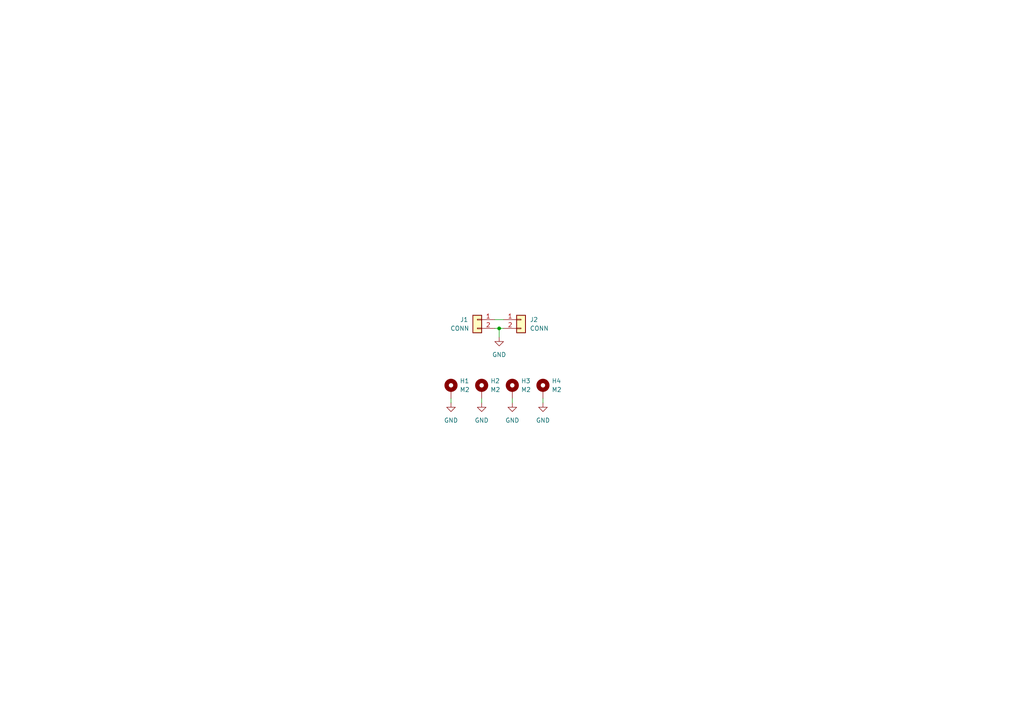
<source format=kicad_sch>
(kicad_sch (version 20211123) (generator eeschema)
  (paper "A4")
  (lib_symbols
    (symbol "Connector_Generic:Conn_01x02" (pin_names (offset 1.016) hide)
      (property "Reference" "J" (at 0 2.54 0))
      (property "Value" "Conn_01x02" (at 0 -5.08 0))
      (symbol "Conn_01x02_1_1"
        (rectangle (start -1.27 -2.413) (end 0 -2.667) (stroke (width 0.1524)))
        (rectangle (start -1.27 0.127) (end 0 -0.127) (stroke (width 0.1524)))
        (rectangle (start -1.27 1.27) (end 1.27 -3.81) (stroke (width 0.254)) (fill (type background)))
        (pin passive line (at -5.08 0 0) (length 3.81) (name "Pin_1") (number "1"))
        (pin passive line (at -5.08 -2.54 0) (length 3.81) (name "Pin_2") (number "2"))
      )
    )
    (symbol "Mechanical:MountingHole_Pad" (pin_numbers hide) (pin_names (offset 1.016) hide)
      (property "Reference" "H" (at 0 6.35 0))
      (property "Value" "MountingHole_Pad" (at 0 4.445 0))
      (symbol "MountingHole_Pad_0_1"
        (circle (center 0 1.27) (radius 1.27) (stroke (width 1.27)))
      )
      (symbol "MountingHole_Pad_1_1"
        (pin input line (at 0 -2.54 90) (length 2.54) (name "1") (number "1"))
      )
    )
    (symbol "power:GND" (power) (pin_names (offset 0))
      (property "Value" "GND" (at 0 -3.81 0))
      (symbol "GND_0_1"
        (polyline (pts (xy 0 0) (xy 0 -1.27) (xy 1.27 -1.27) (xy 0 -2.54) (xy -1.27 -1.27) (xy 0 -1.27)))
      )
      (symbol "GND_1_1"
        (pin power_in line (at 0 0 270) (length 0) hide (name "GND") (number "1"))
      )
    )
  )
  (junction (at 144.78 95.25))
  (wire (pts (xy 130.81 115.57) (xy 130.81 116.84)))
  (wire (pts (xy 143.51 95.25) (xy 144.78 95.25)))
  (wire (pts (xy 157.48 115.57) (xy 157.48 116.84)))
  (wire (pts (xy 143.51 92.71) (xy 146.05 92.71)))
  (wire (pts (xy 139.7 115.57) (xy 139.7 116.84)))
  (wire (pts (xy 144.78 95.25) (xy 144.78 97.79)))
  (wire (pts (xy 148.59 115.57) (xy 148.59 116.84)))
  (wire (pts (xy 144.78 95.25) (xy 146.05 95.25)))
  (symbol (lib_id "Mechanical:MountingHole_Pad") (at 139.7 113.03 0) (unit 1)
    (property "Reference" "H2" (at 142.24 110.4899 0) (effects (justify left)))
    (property "Value" "M2" (at 142.24 113.0299 0) (effects (justify left)))
    (property "Footprint" "modular-rf-bench-footprints:M2-hole" (effects hide))
  )
  (symbol (lib_id "power:GND") (at 144.78 97.79 0) (unit 1)
    (property "Reference" "#PWR03" (effects hide))
    (property "Value" "GND" (at 144.78 102.87 0))
  )
  (symbol (lib_id "Connector_Generic:Conn_01x02") (at 151.13 92.71 0) (unit 1)
    (property "Reference" "J2" (at 153.67 92.7099 0) (effects (justify left)))
    (property "Value" "CONN" (at 153.67 95.2499 0) (effects (justify left)))
    (property "Footprint" "modular-rf-bench-footprints:edge-connector" (effects hide))
  )
  (symbol (lib_id "power:GND") (at 148.59 116.84 0) (unit 1)
    (property "Reference" "#PWR04" (effects hide))
    (property "Value" "GND" (at 148.59 121.92 0))
  )
  (symbol (lib_id "Mechanical:MountingHole_Pad") (at 157.48 113.03 0) (unit 1)
    (property "Reference" "H4" (at 160.02 110.4899 0) (effects (justify left)))
    (property "Value" "M2" (at 160.02 113.0299 0) (effects (justify left)))
    (property "Footprint" "modular-rf-bench-footprints:M2-hole" (effects hide))
  )
  (symbol (lib_id "power:GND") (at 157.48 116.84 0) (unit 1)
    (property "Reference" "#PWR05" (effects hide))
    (property "Value" "GND" (at 157.48 121.92 0))
  )
  (symbol (lib_id "power:GND") (at 139.7 116.84 0) (unit 1)
    (property "Reference" "#PWR02" (effects hide))
    (property "Value" "GND" (at 139.7 121.92 0))
  )
  (symbol (lib_id "Mechanical:MountingHole_Pad") (at 130.81 113.03 0) (unit 1)
    (property "Reference" "H1" (at 133.35 110.4899 0) (effects (justify left)))
    (property "Value" "M2" (at 133.35 113.0299 0) (effects (justify left)))
    (property "Footprint" "modular-rf-bench-footprints:M2-hole" (effects hide))
  )
  (symbol (lib_id "power:GND") (at 130.81 116.84 0) (unit 1)
    (property "Reference" "#PWR01" (effects hide))
    (property "Value" "GND" (at 130.81 121.92 0))
  )
  (symbol (lib_id "Mechanical:MountingHole_Pad") (at 148.59 113.03 0) (unit 1)
    (property "Reference" "H3" (at 151.13 110.4899 0) (effects (justify left)))
    (property "Value" "M2" (at 151.13 113.0299 0) (effects (justify left)))
    (property "Footprint" "modular-rf-bench-footprints:M2-hole" (effects hide))
  )
  (symbol (lib_id "Connector_Generic:Conn_01x02") (at 138.43 92.71 0) (mirror y) (unit 1)
    (property "Reference" "J1" (at 134.62 92.71 0))
    (property "Value" "CONN" (at 133.35 95.25 0))
    (property "Footprint" "modular-rf-bench-footprints:edge-connector" (effects hide))
  )
)
</source>
